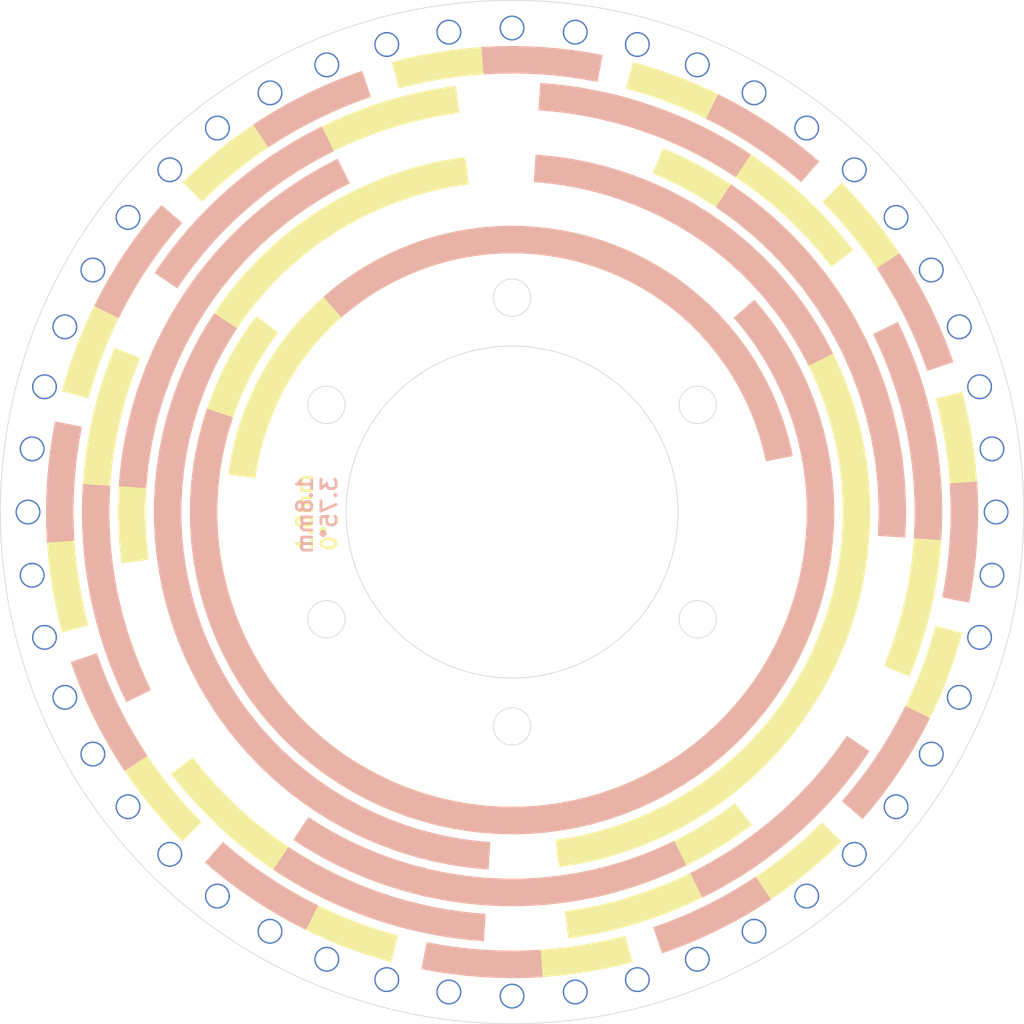
<source format=kicad_pcb>
(kicad_pcb (version 20240108) (generator "pcbnew") (generator_version "8.0")
  (title_block (title "Encoder Wheel 48") (date "${DATE}") (rev "2.1.1") (company "OpenFlap") (comment 1 "${GIT_TAG}") (comment 2 "Repo: github.com/ToonVanEyck/OpenFlap") (comment 3 "Designer: Toon Van Eyck"))
  (layers (0 "F.Cu" signal) (31 "B.Cu" signal) (34 "B.Paste" user) (35 "F.Paste" user) (36 "B.SilkS" user "B.Silkscreen") (37 "F.SilkS" user "F.Silkscreen") (38 "B.Mask" user) (39 "F.Mask" user) (44 "Edge.Cuts" user))
  (net 0 "")
  (footprint "EncoderPattern:OpenFlapEncoderPattern48_1.8mm" (layer "F.Cu") (at 101 100)
    (property "Reference" "REF**" (hide yes))
    (property "Value" "OpenFlapEncoderPattern48_1.8mm" (hide yes))
  )
  (footprint "EncoderPattern:OpenFlapEncoderPattern48_1.8mm" (layer "B.Cu") (at 101 100 -176.25)
    (property "Reference" "REF**" (hide yes))
    (property "Value" "OpenFlapEncoderPattern48_1.8mm" (hide yes))
  )
  (gr_circle (center 87.576606 107.75) (end 88.926606 107.75) (stroke (width 0.05)) (fill none) (layer "Edge.Cuts"))
  (gr_circle (center 101 100) (end 113 100) (stroke (width 0.05)) (fill none) (layer "Edge.Cuts"))
  (gr_circle (center 101 84.5) (end 102.35 84.5) (stroke (width 0.05)) (fill none) (layer "Edge.Cuts"))
  (gr_circle (center 114.423394 92.25) (end 115.773394 92.25) (stroke (width 0.05)) (fill none) (layer "Edge.Cuts"))
  (gr_circle (center 87.576606 92.25) (end 88.926606 92.25) (stroke (width 0.05)) (fill none) (layer "Edge.Cuts"))
  (gr_circle (center 101 100) (end 138 100) (stroke (width 0.05)) (fill none) (layer "Edge.Cuts"))
  (gr_circle (center 114.423394 107.75) (end 115.773394 107.75) (stroke (width 0.05)) (fill none) (layer "Edge.Cuts"))
  (gr_circle (center 101 115.5) (end 102.35 115.5) (stroke (width 0.05)) (fill none) (layer "Edge.Cuts"))
  (gr_text "1.8mm \n3.75°" (at 88.427 97.333 90) (layer "B.SilkS") (effects (font (size 1.1 1.1) (thickness 0.2) (bold yes)) (justify left bottom mirror)))
  (gr_text "1.8mm \n0°" (at 88.427 102.921 90) (layer "F.SilkS") (effects (font (size 1.1 1.1) (thickness 0.2) (bold yes)) (justify left bottom)))
  (via (at 118.5 130.310889) (size 1.8) (drill 1.6) (layers "F.Cu" "B.Cu") (net 0))
  (via (at 105.568417 134.70057) (size 1.8) (drill 1.6) (layers "F.Cu" "B.Cu") (net 0))
  (via (at 83.5 69.689111) (size 1.8) (drill 1.6) (layers "F.Cu" "B.Cu") (net 0))
  (via (at 83.5 130.310889) (size 1.8) (drill 1.6) (layers "F.Cu" "B.Cu") (net 0))
  (via (at 110.058667 133.807404) (size 1.8) (drill 1.6) (layers "F.Cu" "B.Cu") (net 0))
  (via (at 87.60608 132.335784) (size 1.8) (drill 1.6) (layers "F.Cu" "B.Cu") (net 0))
  (via (at 134.807404 90.941333) (size 1.8) (drill 1.6) (layers "F.Cu" "B.Cu") (net 0))
  (via (at 125.748737 75.251263) (size 1.8) (drill 1.6) (layers "F.Cu" "B.Cu") (net 0))
  (via (at 96.431583 65.29943) (size 1.8) (drill 1.6) (layers "F.Cu" "B.Cu") (net 0))
  (via (at 114.39392 67.664216) (size 1.8) (drill 1.6) (layers "F.Cu" "B.Cu") (net 0))
  (via (at 91.941333 133.807404) (size 1.8) (drill 1.6) (layers "F.Cu" "B.Cu") (net 0))
  (via (at 110.058667 66.192596) (size 1.8) (drill 1.6) (layers "F.Cu" "B.Cu") (net 0))
  (via (at 105.568417 65.29943) (size 1.8) (drill 1.6) (layers "F.Cu" "B.Cu") (net 0))
  (via (at 131.310889 82.5) (size 1.8) (drill 1.6) (layers "F.Cu" "B.Cu") (net 0))
  (via (at 128.767367 78.69335) (size 1.8) (drill 1.6) (layers "F.Cu" "B.Cu") (net 0))
  (via (at 114.39392 132.335784) (size 1.8) (drill 1.6) (layers "F.Cu" "B.Cu") (net 0))
  (via (at 79.69335 127.767367) (size 1.8) (drill 1.6) (layers "F.Cu" "B.Cu") (net 0))
  (via (at 68.664216 86.60608) (size 1.8) (drill 1.6) (layers "F.Cu" "B.Cu") (net 0))
  (via (at 68.664216 113.39392) (size 1.8) (drill 1.6) (layers "F.Cu" "B.Cu") (net 0))
  (via (at 134.807404 109.058667) (size 1.8) (drill 1.6) (layers "F.Cu" "B.Cu") (net 0))
  (via (at 101 135) (size 1.8) (drill 1.6) (layers "F.Cu" "B.Cu") (net 0))
  (via (at 79.69335 72.232633) (size 1.8) (drill 1.6) (layers "F.Cu" "B.Cu") (net 0))
  (via (at 118.5 69.689111) (size 1.8) (drill 1.6) (layers "F.Cu" "B.Cu") (net 0))
  (via (at 96.431583 134.70057) (size 1.8) (drill 1.6) (layers "F.Cu" "B.Cu") (net 0))
  (via (at 101 65) (size 1.8) (drill 1.6) (layers "F.Cu" "B.Cu") (net 0))
  (via (at 136 100) (size 1.8) (drill 1.6) (layers "F.Cu" "B.Cu") (net 0))
  (via (at 135.70057 95.431583) (size 1.8) (drill 1.6) (layers "F.Cu" "B.Cu") (net 0))
  (via (at 133.335784 113.39392) (size 1.8) (drill 1.6) (layers "F.Cu" "B.Cu") (net 0))
  (via (at 67.192596 90.941333) (size 1.8) (drill 1.6) (layers "F.Cu" "B.Cu") (net 0))
  (via (at 70.689111 82.5) (size 1.8) (drill 1.6) (layers "F.Cu" "B.Cu") (net 0))
  (via (at 67.192596 109.058667) (size 1.8) (drill 1.6) (layers "F.Cu" "B.Cu") (net 0))
  (via (at 70.689111 117.5) (size 1.8) (drill 1.6) (layers "F.Cu" "B.Cu") (net 0))
  (via (at 133.335784 86.60608) (size 1.8) (drill 1.6) (layers "F.Cu" "B.Cu") (net 0))
  (via (at 87.60608 67.664216) (size 1.8) (drill 1.6) (layers "F.Cu" "B.Cu") (net 0))
  (via (at 122.30665 72.232633) (size 1.8) (drill 1.6) (layers "F.Cu" "B.Cu") (net 0))
  (via (at 73.232633 121.30665) (size 1.8) (drill 1.6) (layers "F.Cu" "B.Cu") (net 0))
  (via (at 125.748737 124.748737) (size 1.8) (drill 1.6) (layers "F.Cu" "B.Cu") (net 0))
  (via (at 66.29943 104.568417) (size 1.8) (drill 1.6) (layers "F.Cu" "B.Cu") (net 0))
  (via (at 122.30665 127.767367) (size 1.8) (drill 1.6) (layers "F.Cu" "B.Cu") (net 0))
  (via (at 91.941333 66.192596) (size 1.8) (drill 1.6) (layers "F.Cu" "B.Cu") (net 0))
  (via (at 73.232633 78.69335) (size 1.8) (drill 1.6) (layers "F.Cu" "B.Cu") (net 0))
  (via (at 128.767367 121.30665) (size 1.8) (drill 1.6) (layers "F.Cu" "B.Cu") (net 0))
  (via (at 66.29943 95.431583) (size 1.8) (drill 1.6) (layers "F.Cu" "B.Cu") (net 0))
  (via (at 76.251263 75.251263) (size 1.8) (drill 1.6) (layers "F.Cu" "B.Cu") (net 0))
  (via (at 66 100) (size 1.8) (drill 1.6) (layers "F.Cu" "B.Cu") (net 0))
  (via (at 135.70057 104.568417) (size 1.8) (drill 1.6) (layers "F.Cu" "B.Cu") (net 0))
  (via (at 131.310889 117.5) (size 1.8) (drill 1.6) (layers "F.Cu" "B.Cu") (net 0))
  (via (at 76.251263 124.748737) (size 1.8) (drill 1.6) (layers "F.Cu" "B.Cu") (net 0))
)
</source>
